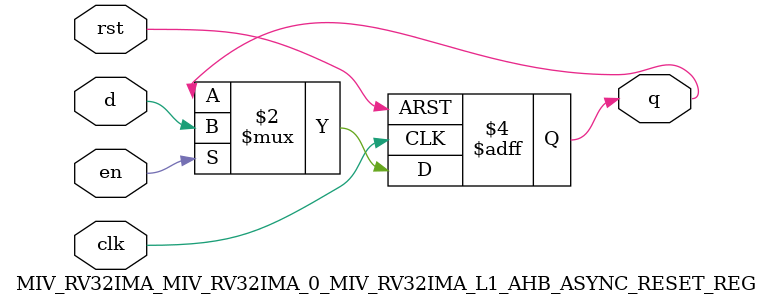
<source format=v>
`define RANDOMIZE
`timescale 1ns/10ps
module MIV_RV32IMA_MIV_RV32IMA_0_MIV_RV32IMA_L1_AHB_ASYNC_RESET_REG (
                      input      d,
                      output reg q,
                      input      en,

                      input      clk,
                      input      rst);
   
   always @(posedge clk or posedge rst) begin

      if (rst) begin
         q <= 1'b0;
      end else if (en) begin
         q <= d;
      end
   end
   

endmodule // MIV_RV32IMA_MIV_RV32IMA_0_MIV_RV32IMA_L1_AHB_ASYNC_RESET_REG

</source>
